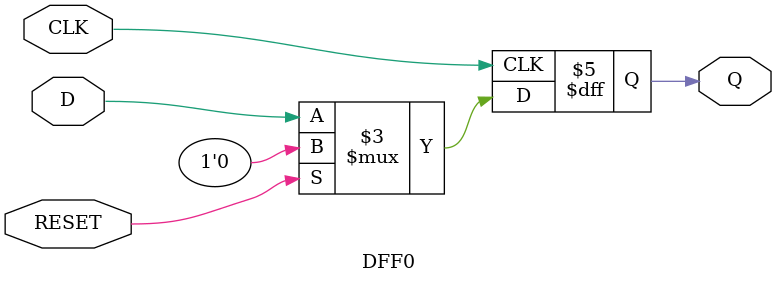
<source format=sv>
`timescale 1ns / 1ps

module DFF0(
    input D,
    input CLK,    
    input RESET,
    output reg Q
    );
    
    always_ff @(posedge CLK) begin                             
       if (RESET)
            Q <= 0;
       else
            Q <= D;
               
    end         
endmodule

</source>
